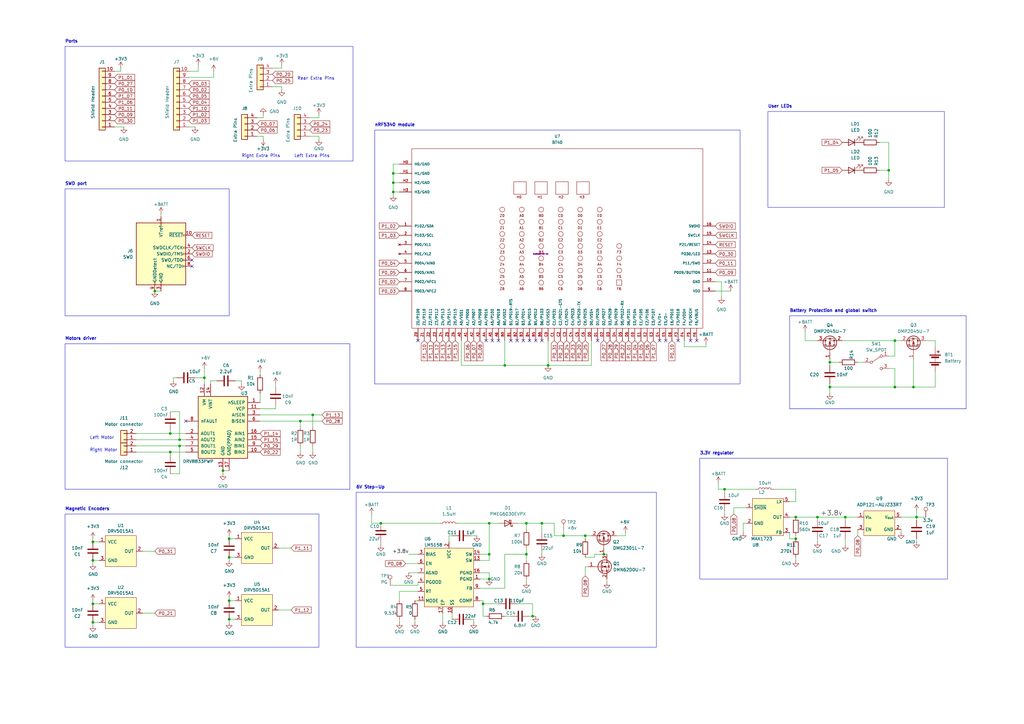
<source format=kicad_sch>
(kicad_sch (version 20231120) (generator "eeschema") (generator_version "8.0")
  (paper "A3")
  (title_block (title "DotBot") (date "2023-06-09") (rev "2.0.0") (company "Inria"))
  (junction (at 375.92 212.09))
  (junction (at 374.65 158.75))
  (junction (at 364.49 69.85))
  (junction (at 161.29 78.74))
  (junction (at 38.1 229.87))
  (junction (at 200.66 227.33))
  (junction (at 340.36 158.75))
  (junction (at 69.85 185.42))
  (junction (at 367.03 158.75))
  (junction (at 38.1 255.27))
  (junction (at 93.98 220.98))
  (junction (at 367.03 139.7))
  (junction (at 200.66 214.63))
  (junction (at 340.36 148.59))
  (junction (at 247.65 227.33))
  (junction (at 63.5 119.38))
  (junction (at 161.29 74.93))
  (junction (at 335.28 212.09))
  (junction (at 215.9 227.33))
  (junction (at 198.12 247.65))
  (junction (at 156.21 214.63))
  (junction (at 326.39 212.09))
  (junction (at 200.66 237.49))
  (junction (at 93.98 228.6))
  (junction (at 91.44 193.04))
  (junction (at 93.98 246.38))
  (junction (at 207.01 149.86))
  (junction (at 123.19 172.72))
  (junction (at 215.9 214.63))
  (junction (at 326.39 220.98))
  (junction (at 231.14 219.71))
  (junction (at 83.82 154.94))
  (junction (at 73.66 182.88))
  (junction (at 218.44 252.73))
  (junction (at 224.79 149.86))
  (junction (at 222.25 214.63))
  (junction (at 240.03 219.71))
  (junction (at 297.18 200.66))
  (junction (at 128.27 170.18))
  (junction (at 38.1 247.65))
  (junction (at 38.1 222.25))
  (junction (at 161.29 71.12))
  (junction (at 73.66 180.34))
  (junction (at 93.98 254))
  (junction (at 69.85 177.8))
  (junction (at 346.71 212.09))
  (no_connect (at 222.25 139.7))
  (no_connect (at 245.11 139.7))
  (no_connect (at 209.55 139.7))
  (no_connect (at 217.17 139.7))
  (no_connect (at 285.75 139.7))
  (no_connect (at 78.74 109.22))
  (no_connect (at 273.05 139.7))
  (no_connect (at 204.47 139.7))
  (no_connect (at 212.09 139.7))
  (no_connect (at 270.51 139.7))
  (no_connect (at 171.45 139.7))
  (no_connect (at 78.74 106.68))
  (no_connect (at 214.63 139.7))
  (no_connect (at 199.39 139.7))
  (no_connect (at 219.71 139.7))
  (no_connect (at 278.13 139.7))
  (no_connect (at 283.21 139.7))
  (no_connect (at 76.2 172.72))
  (no_connect (at 201.93 139.7))
  (wire (pts (xy 196.85 229.87) (xy 200.66 229.87)))
  (wire (pts (xy 340.36 158.75) (xy 367.03 158.75)))
  (wire (pts (xy 50.8 52.07) (xy 46.99 52.07)))
  (wire (pts (xy 91.44 193.04) (xy 91.44 194.31)))
  (wire (pts (xy 326.39 212.09) (xy 335.28 212.09)))
  (wire (pts (xy 161.29 78.74) (xy 163.83 78.74)))
  (wire (pts (xy 240.03 220.98) (xy 240.03 219.71)))
  (wire (pts (xy 240.03 232.41) (xy 241.3 232.41)))
  (wire (pts (xy 247.65 227.33) (xy 248.92 227.33)))
  (wire (pts (xy 167.64 227.33) (xy 171.45 227.33)))
  (wire (pts (xy 69.85 176.53) (xy 69.85 177.8)))
  (wire (pts (xy 152.4 210.82) (xy 152.4 214.63)))
  (wire (pts (xy 71.12 154.94) (xy 72.39 154.94)))
  (wire (pts (xy 161.29 71.12) (xy 161.29 74.93)))
  (wire (pts (xy 374.65 158.75) (xy 383.54 158.75)))
  (wire (pts (xy 128.27 170.18) (xy 128.27 175.26)))
  (wire (pts (xy 242.57 149.86) (xy 224.79 149.86)))
  (wire (pts (xy 123.19 172.72) (xy 132.08 172.72)))
  (wire (pts (xy 163.83 242.57) (xy 171.45 242.57)))
  (wire (pts (xy 99.06 156.21) (xy 96.52 156.21)))
  (wire (pts (xy 55.88 185.42) (xy 69.85 185.42)))
  (wire (pts (xy 46.99 29.21) (xy 49.53 29.21)))
  (wire (pts (xy 297.18 200.66) (xy 294.64 200.66)))
  (wire (pts (xy 38.1 246.38) (xy 38.1 247.65)))
  (wire (pts (xy 326.39 228.6) (xy 326.39 229.87)))
  (wire (pts (xy 375.92 212.09) (xy 375.92 209.55)))
  (wire (pts (xy 38.1 220.98) (xy 38.1 222.25)))
  (wire (pts (xy 297.18 209.55) (xy 297.18 210.82)))
  (wire (pts (xy 346.71 220.98) (xy 346.71 223.52)))
  (wire (pts (xy 187.96 214.63) (xy 200.66 214.63)))
  (wire (pts (xy 227.33 219.71) (xy 231.14 219.71)))
  (wire (pts (xy 351.79 217.17) (xy 351.79 219.71)))
  (wire (pts (xy 207.01 227.33) (xy 215.9 227.33)))
  (wire (pts (xy 71.12 156.21) (xy 71.12 154.94)))
  (wire (pts (xy 127 55.88) (xy 130.81 55.88)))
  (wire (pts (xy 240.03 219.71) (xy 242.57 219.71)))
  (wire (pts (xy 87.63 31.75) (xy 77.47 31.75)))
  (wire (pts (xy 297.18 200.66) (xy 297.18 201.93)))
  (wire (pts (xy 49.53 29.21) (xy 49.53 27.94)))
  (wire (pts (xy 106.68 161.29) (xy 106.68 165.1)))
  (wire (pts (xy 163.83 71.12) (xy 161.29 71.12)))
  (wire (pts (xy 107.95 48.26) (xy 105.41 48.26)))
  (wire (pts (xy 163.83 246.38) (xy 163.83 242.57)))
  (wire (pts (xy 38.1 247.65) (xy 40.64 247.65)))
  (wire (pts (xy 130.81 48.26) (xy 130.81 46.99)))
  (wire (pts (xy 189.23 149.86) (xy 207.01 149.86)))
  (wire (pts (xy 93.98 228.6) (xy 96.52 228.6)))
  (wire (pts (xy 367.03 151.13) (xy 367.03 158.75)))
  (wire (pts (xy 80.01 154.94) (xy 83.82 154.94)))
  (wire (pts (xy 369.57 217.17) (xy 369.57 218.44)))
  (wire (pts (xy 375.92 212.09) (xy 375.92 213.36)))
  (wire (pts (xy 340.36 158.75) (xy 340.36 161.29)))
  (wire (pts (xy 217.17 252.73) (xy 218.44 252.73)))
  (wire (pts (xy 161.29 67.31) (xy 161.29 71.12)))
  (wire (pts (xy 256.54 218.44) (xy 256.54 219.71)))
  (wire (pts (xy 323.85 218.44) (xy 323.85 220.98)))
  (wire (pts (xy 207.01 252.73) (xy 209.55 252.73)))
  (wire (pts (xy 295.91 115.57) (xy 293.37 115.57)))
  (wire (pts (xy 73.66 168.91) (xy 73.66 180.34)))
  (wire (pts (xy 193.04 219.71) (xy 195.58 219.71)))
  (wire (pts (xy 93.98 245.11) (xy 93.98 246.38)))
  (wire (pts (xy 198.12 246.38) (xy 198.12 247.65)))
  (wire (pts (xy 364.49 151.13) (xy 367.03 151.13)))
  (wire (pts (xy 88.9 156.21) (xy 86.36 156.21)))
  (wire (pts (xy 196.85 234.95) (xy 200.66 234.95)))
  (wire (pts (xy 196.85 237.49) (xy 200.66 237.49)))
  (wire (pts (xy 207.01 241.3) (xy 207.01 227.33)))
  (wire (pts (xy 152.4 214.63) (xy 156.21 214.63)))
  (wire (pts (xy 93.98 220.98) (xy 96.52 220.98)))
  (wire (pts (xy 66.04 87.63) (xy 66.04 88.9)))
  (wire (pts (xy 351.79 212.09) (xy 346.71 212.09)))
  (wire (pts (xy 289.56 140.97) (xy 289.56 142.24)))
  (wire (pts (xy 69.85 185.42) (xy 76.2 185.42)))
  (wire (pts (xy 196.85 246.38) (xy 198.12 246.38)))
  (wire (pts (xy 93.98 246.38) (xy 96.52 246.38)))
  (wire (pts (xy 326.39 219.71) (xy 326.39 220.98)))
  (wire (pts (xy 69.85 177.8) (xy 76.2 177.8)))
  (wire (pts (xy 63.5 251.46) (xy 58.42 251.46)))
  (wire (pts (xy 379.73 212.09) (xy 375.92 212.09)))
  (wire (pts (xy 367.03 139.7) (xy 367.03 146.05)))
  (wire (pts (xy 81.28 26.67) (xy 81.28 29.21)))
  (wire (pts (xy 304.8 218.44) (xy 304.8 214.63)))
  (wire (pts (xy 93.98 219.71) (xy 93.98 220.98)))
  (wire (pts (xy 207.01 139.7) (xy 207.01 149.86)))
  (wire (pts (xy 198.12 252.73) (xy 199.39 252.73)))
  (wire (pts (xy 196.85 241.3) (xy 207.01 241.3)))
  (wire (pts (xy 243.84 227.33) (xy 247.65 227.33)))
  (wire (pts (xy 200.66 234.95) (xy 200.66 237.49)))
  (wire (pts (xy 326.39 205.74) (xy 326.39 200.66)))
  (wire (pts (xy 73.66 180.34) (xy 76.2 180.34)))
  (wire (pts (xy 280.67 142.24) (xy 280.67 139.7)))
  (wire (pts (xy 86.36 156.21) (xy 86.36 157.48)))
  (wire (pts (xy 204.47 247.65) (xy 198.12 247.65)))
  (wire (pts (xy 69.85 168.91) (xy 73.66 168.91)))
  (wire (pts (xy 295.91 121.92) (xy 295.91 115.57)))
  (wire (pts (xy 323.85 212.09) (xy 326.39 212.09)))
  (wire (pts (xy 340.36 148.59) (xy 340.36 149.86)))
  (wire (pts (xy 351.79 148.59) (xy 354.33 148.59)))
  (wire (pts (xy 63.5 226.06) (xy 58.42 226.06)))
  (wire (pts (xy 323.85 205.74) (xy 326.39 205.74)))
  (wire (pts (xy 323.85 220.98) (xy 326.39 220.98)))
  (wire (pts (xy 113.03 157.48) (xy 113.03 158.75)))
  (wire (pts (xy 163.83 254) (xy 163.83 255.27)))
  (wire (pts (xy 119.38 250.19) (xy 114.3 250.19)))
  (wire (pts (xy 170.18 254) (xy 170.18 255.27)))
  (wire (pts (xy 300.99 208.28) (xy 306.07 208.28)))
  (wire (pts (xy 335.28 213.36) (xy 335.28 212.09)))
  (wire (pts (xy 184.15 219.71) (xy 184.15 222.25)))
  (wire (pts (xy 105.41 55.88) (xy 107.95 55.88)))
  (wire (pts (xy 215.9 214.63) (xy 222.25 214.63)))
  (wire (pts (xy 335.28 212.09) (xy 346.71 212.09)))
  (wire (pts (xy 367.03 139.7) (xy 369.57 139.7)))
  (wire (pts (xy 248.92 237.49) (xy 248.92 238.76)))
  (wire (pts (xy 212.09 247.65) (xy 218.44 247.65)))
  (wire (pts (xy 127 48.26) (xy 130.81 48.26)))
  (wire (pts (xy 107.95 46.99) (xy 107.95 48.26)))
  (wire (pts (xy 335.28 220.98) (xy 335.28 222.25)))
  (wire (pts (xy 200.66 214.63) (xy 204.47 214.63)))
  (wire (pts (xy 200.66 214.63) (xy 200.66 227.33)))
  (wire (pts (xy 242.57 139.7) (xy 242.57 149.86)))
  (wire (pts (xy 326.39 200.66) (xy 317.5 200.66)))
  (wire (pts (xy 115.57 27.94) (xy 115.57 26.67)))
  (wire (pts (xy 181.61 251.46) (xy 181.61 255.27)))
  (wire (pts (xy 111.76 27.94) (xy 115.57 27.94)))
  (wire (pts (xy 345.44 139.7) (xy 367.03 139.7)))
  (wire (pts (xy 243.84 228.6) (xy 243.84 227.33)))
  (wire (pts (xy 189.23 139.7) (xy 189.23 149.86)))
  (wire (pts (xy 83.82 154.94) (xy 83.82 157.48)))
  (wire (pts (xy 200.66 227.33) (xy 196.85 227.33)))
  (wire (pts (xy 240.03 228.6) (xy 243.84 228.6)))
  (wire (pts (xy 379.73 139.7) (xy 383.54 139.7)))
  (wire (pts (xy 93.98 254) (xy 96.52 254)))
  (wire (pts (xy 93.98 229.87) (xy 93.98 228.6)))
  (wire (pts (xy 55.88 177.8) (xy 69.85 177.8)))
  (wire (pts (xy 161.29 74.93) (xy 161.29 78.74)))
  (wire (pts (xy 231.14 219.71) (xy 240.03 219.71)))
  (wire (pts (xy 369.57 212.09) (xy 375.92 212.09)))
  (wire (pts (xy 106.68 172.72) (xy 123.19 172.72)))
  (wire (pts (xy 212.09 214.63) (xy 215.9 214.63)))
  (wire (pts (xy 38.1 231.14) (xy 38.1 229.87)))
  (wire (pts (xy 304.8 214.63) (xy 306.07 214.63)))
  (wire (pts (xy 222.25 226.06) (xy 222.25 227.33)))
  (wire (pts (xy 198.12 247.65) (xy 198.12 252.73)))
  (wire (pts (xy 340.36 148.59) (xy 344.17 148.59)))
  (wire (pts (xy 130.81 55.88) (xy 130.81 57.15)))
  (wire (pts (xy 167.64 234.95) (xy 171.45 234.95)))
  (wire (pts (xy 215.9 224.79) (xy 215.9 227.33)))
  (wire (pts (xy 107.95 55.88) (xy 107.95 57.15)))
  (wire (pts (xy 161.29 80.01) (xy 161.29 78.74)))
  (wire (pts (xy 156.21 214.63) (xy 180.34 214.63)))
  (wire (pts (xy 128.27 170.18) (xy 132.08 170.18)))
  (wire (pts (xy 294.64 200.66) (xy 294.64 198.12)))
  (wire (pts (xy 383.54 152.4) (xy 383.54 158.75)))
  (wire (pts (xy 123.19 172.72) (xy 123.19 175.26)))
  (wire (pts (xy 63.5 119.38) (xy 66.04 119.38)))
  (wire (pts (xy 340.36 157.48) (xy 340.36 158.75)))
  (wire (pts (xy 160.02 240.03) (xy 171.45 240.03)))
  (wire (pts (xy 128.27 185.42) (xy 128.27 182.88)))
  (wire (pts (xy 227.33 214.63) (xy 227.33 219.71)))
  (wire (pts (xy 83.82 151.13) (xy 83.82 154.94)))
  (wire (pts (xy 69.85 194.31) (xy 73.66 194.31)))
  (wire (pts (xy 375.92 220.98) (xy 375.92 222.25)))
  (wire (pts (xy 224.79 139.7) (xy 224.79 149.86)))
  (wire (pts (xy 170.18 246.38) (xy 171.45 246.38)))
  (wire (pts (xy 346.71 212.09) (xy 346.71 213.36)))
  (wire (pts (xy 364.49 69.85) (xy 364.49 73.66)))
  (wire (pts (xy 38.1 256.54) (xy 38.1 255.27)))
  (wire (pts (xy 106.68 167.64) (xy 113.03 167.64)))
  (wire (pts (xy 240.03 236.22) (xy 240.03 232.41)))
  (wire (pts (xy 38.1 229.87) (xy 40.64 229.87)))
  (wire (pts (xy 374.65 147.32) (xy 374.65 158.75)))
  (wire (pts (xy 106.68 152.4) (xy 106.68 153.67)))
  (wire (pts (xy 222.25 214.63) (xy 222.25 218.44)))
  (wire (pts (xy 207.01 149.86) (xy 224.79 149.86)))
  (wire (pts (xy 194.31 254) (xy 194.31 255.27)))
  (wire (pts (xy 215.9 214.63) (xy 215.9 217.17)))
  (wire (pts (xy 256.54 219.71) (xy 252.73 219.71)))
  (wire (pts (xy 123.19 182.88) (xy 123.19 185.42)))
  (wire (pts (xy 113.03 167.64) (xy 113.03 166.37)))
  (wire (pts (xy 80.01 52.07) (xy 77.47 52.07)))
  (wire (pts (xy 330.2 135.89) (xy 330.2 139.7)))
  (wire (pts (xy 111.76 35.56) (xy 115.57 35.56)))
  (wire (pts (xy 55.88 182.88) (xy 73.66 182.88)))
  (wire (pts (xy 171.45 238.76) (xy 171.45 240.03)))
  (wire (pts (xy 73.66 194.31) (xy 73.66 182.88)))
  (wire (pts (xy 215.9 227.33) (xy 215.9 229.87)))
  (wire (pts (xy 91.44 193.04) (xy 93.98 193.04)))
  (wire (pts (xy 163.83 67.31) (xy 161.29 67.31)))
  (wire (pts (xy 383.54 142.24) (xy 383.54 139.7)))
  (wire (pts (xy 193.04 254) (xy 194.31 254)))
  (wire (pts (xy 185.42 251.46) (xy 185.42 254)))
  (wire (pts (xy 360.68 69.85) (xy 364.49 69.85)))
  (wire (pts (xy 364.49 58.42) (xy 364.49 69.85)))
  (wire (pts (xy 69.85 186.69) (xy 69.85 185.42)))
  (wire (pts (xy 73.66 182.88) (xy 76.2 182.88)))
  (wire (pts (xy 340.36 147.32) (xy 340.36 148.59)))
  (wire (pts (xy 55.88 180.34) (xy 73.66 180.34)))
  (wire (pts (xy 218.44 252.73) (xy 219.71 252.73)))
  (wire (pts (xy 367.03 146.05) (xy 364.49 146.05)))
  (wire (pts (xy 215.9 237.49) (xy 215.9 238.76)))
  (wire (pts (xy 81.28 29.21) (xy 77.47 29.21)))
  (wire (pts (xy 218.44 247.65) (xy 218.44 252.73)))
  (wire (pts (xy 300.99 210.82) (xy 300.99 208.28)))
  (wire (pts (xy 119.38 224.79) (xy 114.3 224.79)))
  (wire (pts (xy 38.1 255.27) (xy 40.64 255.27)))
  (wire (pts (xy 289.56 142.24) (xy 280.67 142.24)))
  (wire (pts (xy 293.37 119.38) (xy 299.72 119.38)))
  (wire (pts (xy 330.2 139.7) (xy 335.28 139.7)))
  (wire (pts (xy 367.03 158.75) (xy 374.65 158.75)))
  (wire (pts (xy 297.18 200.66) (xy 309.88 200.66)))
  (wire (pts (xy 222.25 214.63) (xy 227.33 214.63)))
  (wire (pts (xy 185.42 219.71) (xy 184.15 219.71)))
  (wire (pts (xy 360.68 58.42) (xy 364.49 58.42)))
  (wire (pts (xy 87.63 29.21) (xy 87.63 31.75)))
  (wire (pts (xy 38.1 222.25) (xy 40.64 222.25)))
  (wire (pts (xy 156.21 222.25) (xy 156.21 223.52)))
  (wire (pts (xy 200.66 229.87) (xy 200.66 227.33)))
  (wire (pts (xy 115.57 35.56) (xy 115.57 36.83)))
  (wire (pts (xy 163.83 74.93) (xy 161.29 74.93)))
  (wire (pts (xy 106.68 170.18) (xy 128.27 170.18)))
  (wire (pts (xy 231.14 217.17) (xy 231.14 219.71)))
  (wire (pts (xy 166.37 231.14) (xy 171.45 231.14)))
  (wire (pts (xy 93.98 255.27) (xy 93.98 254)))
  (wire (pts (xy 99.06 157.48) (xy 99.06 156.21)))
  (rectangle (start 323.85 129.54) (end 396.24 167.64))
  (rectangle (start 153.67 53.34) (end 303.53 157.48))
  (rectangle (start 26.67 140.97) (end 143.51 200.66))
  (rectangle (start 26.67 77.47) (end 93.98 129.54))
  (rectangle (start 26.67 19.05) (end 144.78 66.04))
  (rectangle (start 314.96 45.72) (end 387.35 85.09))
  (rectangle (start 146.05 201.93) (end 269.24 265.43))
  (rectangle (start 26.67 210.82) (end 130.81 265.43))
  (rectangle (start 287.02 187.96) (end 388.62 237.49))
  (text "SWD port" (at 26.67 76.2 0) (effects (font (size 1.27 1.27) (thickness 0.254) (bold yes)) (justify left bottom)))
  (text "Right Motor" (at 36.83 185.42 0) (effects (font (size 1.27 1.27)) (justify left bottom)))
  (text "Battery Protection and global switch" (at 323.85 128.27 0) (effects (font (size 1.27 1.27) (thickness 0.254) (bold yes)) (justify left bottom)))
  (text "Left Motor" (at 36.83 180.34 0) (effects (font (size 1.27 1.27)) (justify left bottom)))
  (text "6V Step-Up" (at 146.05 200.66 0) (effects (font (size 1.27 1.27) (thickness 0.254) (bold yes)) (justify left bottom)))
  (text "Rear Extra Pins" (at 121.92 33.02 0) (effects (font (size 1.27 1.27)) (justify left bottom)))
  (text "Right Extra Pins" (at 99.06 64.77 0) (effects (font (size 1.27 1.27)) (justify left bottom)))
  (text "Ports" (at 26.67 17.78 0) (effects (font (size 1.27 1.27) (thickness 0.254) (bold yes)) (justify left bottom)))
  (text "User LEDs\n" (at 314.96 44.45 0) (effects (font (size 1.27 1.27) (thickness 0.254) (bold yes)) (justify left bottom)))
  (text "Motors driver" (at 26.67 139.7 0) (effects (font (size 1.27 1.27) (thickness 0.254) (bold yes)) (justify left bottom)))
  (text "3.3V regulator" (at 287.02 186.69 0) (effects (font (size 1.27 1.27) (thickness 0.254) (bold yes)) (justify left bottom)))
  (text "Left Extra Pins" (at 120.65 64.77 0) (effects (font (size 1.27 1.27)) (justify left bottom)))
  (text "nRF5340 module" (at 153.67 52.07 0) (effects (font (size 1.27 1.27) (thickness 0.254) (bold yes)) (justify left bottom)))
  (text "Magnetic Encoders" (at 26.67 209.55 0) (effects (font (size 1.27 1.27) (thickness 0.254) (bold yes)) (justify left bottom)))
  (label "+3.8v" (at 167.64 227.33 180) (effects (font (size 1.5 1.5))))
  (label "+3.8v" (at 336.55 212.09 0) (effects (font (size 2.0066 2.0066))))
  (global_label "SWCLK" (shape input) (at 293.37 96.52 0) (property "Intersheetrefs" "${INTERSHEET_REFS}" (effects (hide yes))))
  (global_label "P0_30" (shape input) (at 46.99 49.53 0) (property "Intersheetrefs" "${INTERSHEET_REFS}" (effects (hide yes))))
  (global_label "P1_15" (shape input) (at 186.69 139.7 270) (property "Intersheetrefs" "${INTERSHEET_REFS}" (effects (hide yes))))
  (global_label "P1_06" (shape input) (at 265.43 139.7 270) (property "Intersheetrefs" "${INTERSHEET_REFS}" (effects (hide yes))))
  (global_label "P1_06" (shape input) (at 46.99 41.91 0) (property "Intersheetrefs" "${INTERSHEET_REFS}" (effects (hide yes))))
  (global_label "P0_27" (shape input) (at 247.65 139.7 270) (property "Intersheetrefs" "${INTERSHEET_REFS}" (effects (hide yes))))
  (global_label "P0_31" (shape input) (at 227.33 139.7 270) (property "Intersheetrefs" "${INTERSHEET_REFS}" (effects (hide yes))))
  (global_label "P0_30" (shape input) (at 293.37 104.14 0) (property "Intersheetrefs" "${INTERSHEET_REFS}" (effects (hide yes))))
  (global_label "SWDIO" (shape input) (at 293.37 92.71 0) (property "Intersheetrefs" "${INTERSHEET_REFS}" (effects (hide yes))))
  (global_label "P1_12" (shape input) (at 179.07 139.7 270) (property "Intersheetrefs" "${INTERSHEET_REFS}" (effects (hide yes))))
  (global_label "RESET" (shape input) (at 293.37 100.33 0) (property "Intersheetrefs" "${INTERSHEET_REFS}" (effects (hide yes))))
  (global_label "P1_07" (shape input) (at 46.99 39.37 0) (property "Intersheetrefs" "${INTERSHEET_REFS}" (effects (hide yes))))
  (global_label "P1_03" (shape input) (at 77.47 49.53 0) (property "Intersheetrefs" "${INTERSHEET_REFS}" (effects (hide yes))))
  (global_label "P1_05" (shape input) (at 262.89 139.7 270) (property "Intersheetrefs" "${INTERSHEET_REFS}" (effects (hide yes))))
  (global_label "P0_28" (shape input) (at 132.08 172.72 0) (property "Intersheetrefs" "${INTERSHEET_REFS}" (effects (hide yes))))
  (global_label "P1_11" (shape input) (at 176.53 139.7 270) (property "Intersheetrefs" "${INTERSHEET_REFS}" (effects (hide yes))))
  (global_label "P0_08" (shape input) (at 196.85 139.7 270) (property "Intersheetrefs" "${INTERSHEET_REFS}" (effects (hide yes))))
  (global_label "P0_06" (shape input) (at 191.77 139.7 270) (property "Intersheetrefs" "${INTERSHEET_REFS}" (effects (hide yes))))
  (global_label "SWDIO" (shape input) (at 78.74 104.14 0) (property "Intersheetrefs" "${INTERSHEET_REFS}" (effects (hide yes))))
  (global_label "P1_02" (shape input) (at 163.83 92.71 180) (property "Intersheetrefs" "${INTERSHEET_REFS}" (effects (hide yes))))
  (global_label "P1_02" (shape input) (at 77.47 46.99 0) (property "Intersheetrefs" "${INTERSHEET_REFS}" (effects (hide yes))))
  (global_label "P0_29" (shape input) (at 106.68 182.88 0) (property "Intersheetrefs" "${INTERSHEET_REFS}" (effects (hide yes))))
  (global_label "P0_25" (shape input) (at 240.03 139.7 270) (property "Intersheetrefs" "${INTERSHEET_REFS}" (effects (hide yes))))
  (global_label "P0_04" (shape input) (at 163.83 107.95 180) (property "Intersheetrefs" "${INTERSHEET_REFS}" (effects (hide yes))))
  (global_label "P0_09" (shape input) (at 293.37 111.76 0) (property "Intersheetrefs" "${INTERSHEET_REFS}" (effects (hide yes))))
  (global_label "P0_22" (shape input) (at 106.68 185.42 0) (property "Intersheetrefs" "${INTERSHEET_REFS}" (effects (hide yes))))
  (global_label "P1_11" (shape input) (at 119.38 224.79 0) (property "Intersheetrefs" "${INTERSHEET_REFS}" (effects (hide yes))))
  (global_label "P0_29" (shape input) (at 252.73 139.7 270) (property "Intersheetrefs" "${INTERSHEET_REFS}" (effects (hide yes))))
  (global_label "P0_07" (shape input) (at 194.31 139.7 270) (property "Intersheetrefs" "${INTERSHEET_REFS}" (effects (hide yes))))
  (global_label "P0_02" (shape input) (at 163.83 115.57 180) (property "Intersheetrefs" "${INTERSHEET_REFS}" (effects (hide yes))))
  (global_label "P0_09" (shape input) (at 46.99 46.99 0) (property "Intersheetrefs" "${INTERSHEET_REFS}" (effects (hide yes))))
  (global_label "P1_10" (shape input) (at 77.47 44.45 0) (property "Intersheetrefs" "${INTERSHEET_REFS}" (effects (hide yes))))
  (global_label "P0_08" (shape input) (at 240.03 236.22 270) (property "Intersheetrefs" "${INTERSHEET_REFS}" (effects (hide yes))))
  (global_label "P0_08" (shape input) (at 351.79 219.71 270) (property "Intersheetrefs" "${INTERSHEET_REFS}" (effects (hide yes))))
  (global_label "P1_03" (shape input) (at 163.83 96.52 180) (property "Intersheetrefs" "${INTERSHEET_REFS}" (effects (hide yes))))
  (global_label "P0_08" (shape input) (at 300.99 210.82 270) (property "Intersheetrefs" "${INTERSHEET_REFS}" (effects (hide yes))))
  (global_label "P0_03" (shape input) (at 163.83 119.38 180) (property "Intersheetrefs" "${INTERSHEET_REFS}" (effects (hide yes))))
  (global_label "P0_24" (shape input) (at 127 50.8 0) (property "Intersheetrefs" "${INTERSHEET_REFS}" (effects (hide yes))))
  (global_label "P0_27" (shape input) (at 46.99 34.29 0) (property "Intersheetrefs" "${INTERSHEET_REFS}" (effects (hide yes))))
  (global_label "P0_10" (shape input) (at 46.99 36.83 0) (property "Intersheetrefs" "${INTERSHEET_REFS}" (effects (hide yes))))
  (global_label "P0_05" (shape input) (at 77.47 39.37 0) (property "Intersheetrefs" "${INTERSHEET_REFS}" (effects (hide yes))))
  (global_label "P0_20" (shape input) (at 111.76 30.48 0) (property "Intersheetrefs" "${INTERSHEET_REFS}" (effects (hide yes))))
  (global_label "RESET" (shape input) (at 78.74 96.52 0) (property "Intersheetrefs" "${INTERSHEET_REFS}" (effects (hide yes))))
  (global_label "P1_01" (shape input) (at 257.81 139.7 270) (property "Intersheetrefs" "${INTERSHEET_REFS}" (effects (hide yes))))
  (global_label "P0_05" (shape input) (at 163.83 111.76 180) (property "Intersheetrefs" "${INTERSHEET_REFS}" (effects (hide yes))))
  (global_label "P1_04" (shape input) (at 260.35 139.7 270) (property "Intersheetrefs" "${INTERSHEET_REFS}" (effects (hide yes))))
  (global_label "P0_24" (shape input) (at 232.41 139.7 270) (property "Intersheetrefs" "${INTERSHEET_REFS}" (effects (hide yes))))
  (global_label "P0_20" (shape input) (at 237.49 139.7 270) (property "Intersheetrefs" "${INTERSHEET_REFS}" (effects (hide yes))))
  (global_label "P1_04" (shape input) (at 345.44 58.42 180) (property "Intersheetrefs" "${INTERSHEET_REFS}" (effects (hide yes))))
  (global_label "P1_15" (shape input) (at 106.68 180.34 0) (property "Intersheetrefs" "${INTERSHEET_REFS}" (effects (hide yes))))
  (global_label "P0_04" (shape input) (at 77.47 41.91 0) (property "Intersheetrefs" "${INTERSHEET_REFS}" (effects (hide yes))))
  (global_label "P0_28" (shape input) (at 250.19 139.7 270) (property "Intersheetrefs" "${INTERSHEET_REFS}" (effects (hide yes))))
  (global_label "SWCLK" (shape input) (at 78.74 101.6 0) (property "Intersheetrefs" "${INTERSHEET_REFS}" (effects (hide yes))))
  (global_label "P0_11" (shape input) (at 46.99 44.45 0) (property "Intersheetrefs" "${INTERSHEET_REFS}" (effects (hide yes))))
  (global_label "P0_02" (shape input) (at 77.47 36.83 0) (property "Intersheetrefs" "${INTERSHEET_REFS}" (effects (hide yes))))
  (global_label "P0_25" (shape input) (at 111.76 33.02 0) (property "Intersheetrefs" "${INTERSHEET_REFS}" (effects (hide yes))))
  (global_label "P0_31" (shape input) (at 63.5 226.06 0) (property "Intersheetrefs" "${INTERSHEET_REFS}" (effects (hide yes))))
  (global_label "P0_23" (shape input) (at 234.95 139.7 270) (property "Intersheetrefs" "${INTERSHEET_REFS}" (effects (hide yes))))
  (global_label "P0_21" (shape input) (at 229.87 139.7 270) (property "Intersheetrefs" "${INTERSHEET_REFS}" (effects (hide yes))))
  (global_label "P1_07" (shape input) (at 267.97 139.7 270) (property "Intersheetrefs" "${INTERSHEET_REFS}" (effects (hide yes))))
  (global_label "P1_14" (shape input) (at 184.15 139.7 270) (property "Intersheetrefs" "${INTERSHEET_REFS}" (effects (hide yes))))
  (global_label "P0_23" (shape input) (at 127 53.34 0) (property "Intersheetrefs" "${INTERSHEET_REFS}" (effects (hide yes))))
  (global_label "P1_10" (shape input) (at 173.99 139.7 270) (property "Intersheetrefs" "${INTERSHEET_REFS}" (effects (hide yes))))
  (global_label "P0_08" (shape input) (at 166.37 231.14 180) (property "Intersheetrefs" "${INTERSHEET_REFS}" (effects (hide yes))))
  (global_label "P1_01" (shape input) (at 46.99 31.75 0) (property "Intersheetrefs" "${INTERSHEET_REFS}" (effects (hide yes))))
  (global_label "P1_12" (shape input) (at 119.38 250.19 0) (property "Intersheetrefs" "${INTERSHEET_REFS}" (effects (hide yes))))
  (global_label "P0_21" (shape input) (at 63.5 251.46 0) (property "Intersheetrefs" "${INTERSHEET_REFS}" (effects (hide yes))))
  (global_label "P0_07" (shape input) (at 105.41 50.8 0) (property "Intersheetrefs" "${INTERSHEET_REFS}" (effects (hide yes))))
  (global_label "P0_11" (shape input) (at 293.37 107.95 0) (property "Intersheetrefs" "${INTERSHEET_REFS}" (effects (hide yes))))
  (global_label "P1_14" (shape input) (at 106.68 177.8 0) (property "Intersheetrefs" "${INTERSHEET_REFS}" (effects (hide yes))))
  (global_label "P0_22" (shape input) (at 255.27 139.7 270) (property "Intersheetrefs" "${INTERSHEET_REFS}" (effects (hide yes))))
  (global_label "P0_10" (shape input) (at 275.59 139.7 270) (property "Intersheetrefs" "${INTERSHEET_REFS}" (effects (hide yes))))
  (global_label "P1_13" (shape input) (at 132.08 170.18 0) (property "Intersheetrefs" "${INTERSHEET_REFS}" (effects (hide yes))))
  (global_label "P1_13" (shape input) (at 181.61 139.7 270) (property "Intersheetrefs" "${INTERSHEET_REFS}" (effects (hide yes))))
  (global_label "P0_06" (shape input) (at 105.41 53.34 0) (property "Intersheetrefs" "${INTERSHEET_REFS}" (effects (hide yes))))
  (global_label "P0_03" (shape input) (at 77.47 34.29 0) (property "Intersheetrefs" "${INTERSHEET_REFS}" (effects (hide yes))))
  (global_label "P1_05" (shape input) (at 345.44 69.85 180) (property "Intersheetrefs" "${INTERSHEET_REFS}" (effects (hide yes))))
  (symbol (lib_id "power:+BATT") (at 66.04 87.63 0) (unit 1)
    (property "Reference" "#PWR061" (effects (hide yes)))
    (property "Value" "+BATT" (at 66.04 83.82 0))
  )
  (symbol (lib_id "power:GND") (at 215.9 238.76 0) (unit 1)
    (property "Reference" "#PWR040" (effects (hide yes)))
    (property "Value" "GND" (at 215.9 242.57 0))
  )
  (symbol (lib_id "power:+BATT") (at 330.2 135.89 0) (unit 1)
    (property "Reference" "#PWR054" (effects (hide yes)))
    (property "Value" "+BATT" (at 330.2 132.08 0))
  )
  (symbol (lib_id "Device:LED") (at 349.25 58.42 180) (unit 1)
    (property "Reference" "LD1" (at 350.8375 50.8 0))
    (property "Value" "LED" (at 350.8375 53.34 0))
    (property "Footprint" "LED_SMD:LED_0603_1608Metric" (effects (hide yes)))
    (property "Datasheet" "https://fscdn.rohm.com/en/products/databook/datasheet/opto/led/chip_mono/sml-d12x8_d13x8-e.pdf" (effects (hide yes)))
    (property "Link" "https://www.digikey.fr/short/bbdvhpt2" (effects (hide yes)))
    (property "Mfr Part Number" "511-1577-1-ND" (effects (hide yes)))
    (property "Price" "0.066" (effects (hide yes)))
  )
  (symbol (lib_id "Device:C") (at 93.98 224.79 0) (unit 1)
    (property "Reference" "C7" (at 87.63 226.06 0))
    (property "Value" "10nF" (at 87.63 223.52 0))
    (property "Footprint" "Capacitor_SMD:C_0603_1608Metric" (effects (hide yes)))
    (property "Datasheet" "https://product.tdk.com/system/files/dam/doc/product/capacitor/ceramic/mlcc/catalog/mlcc_automotive_general_en.pdf" (effects (hide yes)))
    (property "Link" "https://www.digikey.fr/short/84p7mf1t" (effects (hide yes)))
    (property "Mfr Part Number" "CGA3E2X7R1H103K080AA" (effects (hide yes)))
    (property "Price" "0.0127" (effects (hide yes)))
  )
  (symbol (lib_id "power:+3.3V") (at 49.53 27.94 0) (mirror y) (unit 1)
    (property "Reference" "#PWR05" (effects (hide yes)))
    (property "Value" "+3V3" (at 49.53 24.13 0))
  )
  (symbol (lib_id "Switch:SW_SPDT") (at 359.41 148.59 0) (unit 1)
    (property "Reference" "SW1" (at 359.41 140.97 0))
    (property "Value" "SW_SPDT" (at 359.41 143.51 0))
    (property "Footprint" "DotBot:SW_SPDT_PCM12" (effects (hide yes)))
    (property "Datasheet" "https://www.ckswitches.com/media/1424/pcm.pdf" (effects (hide yes)))
    (property "Link" "https://www.digikey.fr/short/33994v4m" (effects (hide yes)))
    (property "Mfr Part Number" "401-2016-2-ND" (effects (hide yes)))
    (property "Price" "0.6528" (effects (hide yes)))
  )
  (symbol (lib_id "DotBot:DRV5015A1") (at 48.26 224.79 0) (unit 1)
    (property "Reference" "U1" (at 49.53 215.519 0))
    (property "Value" "DRV5015A1" (at 49.53 217.8304 0))
    (property "Footprint" "Package_TO_SOT_SMD:SOT-23" (effects (hide yes)))
    (property "Datasheet" "https://www.ti.com/general/docs/suppproductinfo.tsp?distId=10&gotoUrl=https%3A%2F%2Fwww.ti.com%2Flit%2Fgpn%2Fdrv5015-q1" (effects (hide yes)))
    (property "Link" "https://www.digikey.fr/short/55v5b95w" (effects (hide yes)))
    (property "Mfr Part Number" "DRV5015A1EDBZRQ1" (effects (hide yes)))
    (property "Price" "0.29" (effects (hide yes)))
  )
  (symbol (lib_id "Device:R") (at 326.39 215.9 0) (unit 1)
    (property "Reference" "R10" (at 327.66 214.63 0) (effects (justify left)))
    (property "Value" "560k" (at 327.66 217.17 0) (effects (justify left)))
    (property "Footprint" "Resistor_SMD:R_0603_1608Metric" (effects (hide yes)))
    (property "Datasheet" "https://www.bourns.com/docs/product-datasheets/cr.pdf?sfvrsn=574d41f6_14" (effects (hide yes)))
    (property "Link" "https://www.digikey.fr/short/frt9h47q" (effects (hide yes)))
    (property "Mfr Part Number" "CR0603-FX-5603ELF" (effects (hide yes)))
    (property "Price" "0.0029" (effects (hide yes)))
  )
  (symbol (lib_id "Driver_Motor:DRV8833PWP") (at 91.44 175.26 0) (mirror y) (unit 1)
    (property "Reference" "U3" (at 101.6 161.29 0) (effects (justify left)))
    (property "Value" "DRV8833PWP" (at 87.63 189.23 0) (effects (justify left)))
    (property "Footprint" "Package_SO:HTSSOP-16-1EP_4.4x5mm_P0.65mm_EP3.4x5mm_Mask2.46x2.31mm_ThermalVias" (effects (hide yes)))
    (property "Datasheet" "http://www.ti.com/lit/ds/symlink/drv8833.pdf" (effects (hide yes)))
    (property "Link" "https://www.digikey.fr/short/24tjh2r5" (effects (hide yes)))
    (property "Mfr Part Number" "DRV8833PWPR" (effects (hide yes)))
    (property "Price" "1.22" (effects (hide yes)))
  )
  (symbol (lib_id "Device:C") (at 92.71 156.21 90) (unit 1)
    (property "Reference" "C6" (at 92.71 149.86 90))
    (property "Value" "2.2uF" (at 92.71 152.4 90))
    (property "Footprint" "Capacitor_SMD:C_0603_1608Metric" (effects (hide yes)))
    (property "Datasheet" "https://media.digikey.com/pdf/Data%20Sheets/Samsung%20PDFs/CL10A225KA5LNNC_Spec.pdf" (effects (hide yes)))
    (property "Link" "https://www.digikey.fr/short/pm40w4vt" (effects (hide yes)))
    (property "Mfr Part Number" "CL10A225KA5LNNC" (effects (hide yes)))
    (property "Price" "0.051" (effects (hide yes)))
  )
  (symbol (lib_id "power:+3.3V") (at 38.1 220.98 0) (mirror y) (unit 1)
    (property "Reference" "#PWR01" (effects (hide yes)))
    (property "Value" "+3V3" (at 38.1 215.9 0))
  )
  (symbol (lib_id "power:GND") (at 38.1 256.54 0) (unit 1)
    (property "Reference" "#PWR04" (effects (hide yes)))
    (property "Value" "GND" (at 38.227 260.9342 0))
  )
  (symbol (lib_id "Device:C") (at 189.23 219.71 90) (unit 1)
    (property "Reference" "C11" (at 185.42 218.44 90))
    (property "Value" "1uF" (at 193.04 218.44 90))
    (property "Footprint" "Capacitor_SMD:C_0603_1608Metric" (effects (hide yes)))
    (property "Datasheet" "https://media.digikey.com/pdf/Data%20Sheets/Samsung%20PDFs/CL10A105KA8NNNC_Spec.pdf" (effects (hide yes)))
    (property "Link" "https://www.digikey.fr/short/v3r4hn9q" (effects (hide yes)))
    (property "Mfr Part Number" "CL10A105KA8NFNC" (effects (hide yes)))
    (property "Price" "0.0115" (effects (hide yes)))
  )
  (symbol (lib_id "Device:R") (at 203.2 252.73 90) (unit 1)
    (property "Reference" "R6" (at 203.2 250.19 90) (effects (justify left)))
    (property "Value" "4.7k" (at 204.47 255.27 90) (effects (justify left)))
    (property "Footprint" "Resistor_SMD:R_0603_1608Metric" (effects (hide yes)))
    (property "Datasheet" "https://industrial.panasonic.com/cdbs/www-data/pdf/RDA0000/AOA0000C304.pdf" (effects (hide yes)))
    (property "Link" "https://www.digikey.fr/short/rwrvvpd8" (effects (hide yes)))
    (property "Mfr Part Number" "ERJ-3EKF4701V" (effects (hide yes)))
    (property "Price" "0.0053" (effects (hide yes)))
  )
  (symbol (lib_id "power:+3.3V") (at 81.28 26.67 0) (mirror y) (unit 1)
    (property "Reference" "#PWR011" (effects (hide yes)))
    (property "Value" "+3V3" (at 81.28 22.86 0))
  )
  (symbol (lib_id "DotBot:BT40") (at 226.06 107.95 0) (unit 1)
    (property "Reference" "U7" (at 228.6 55.88 0) (effects (font (size 1.143 1.143))))
    (property "Value" "BT40" (at 228.6 58.42 0) (effects (font (size 1.143 1.143))))
    (property "Footprint" "DotBot:BT40-V3" (at 221.742 104.14 0) (effects (font (size 0.508 0.508))))
    (property "Datasheet" "https://www.fanstel.com/s/BT40F-Product-Specifications-y7c7.pdf" (effects (hide yes)))
    (property "Link" "https://www.digikey.fr/short/dtmhv229" (effects (hide yes)))
    (property "Mfr Part Number" "BT40" (effects (hide yes)))
    (property "Price" "8.704" (effects (hide yes)))
  )
  (symbol (lib_id "OLIMEX_Power:GND") (at 80.01 52.07 0) (unit 1)
    (property "Reference" "#PWR010" (effects (hide yes)))
    (property "Value" "GND" (at 80.01 57.15 0))
  )
  (symbol (lib_id "power:GND") (at 38.1 231.14 0) (unit 1)
    (property "Reference" "#PWR02" (effects (hide yes)))
    (property "Value" "GND" (at 38.227 235.5342 0))
  )
  (symbol (lib_id "Device:Q_PMOS_GSD") (at 340.36 142.24 90) (unit 1)
    (property "Reference" "Q4" (at 340.36 133.35 90))
    (property "Value" "DMP2045U-7" (at 340.36 135.89 90))
    (property "Footprint" "Package_TO_SOT_SMD:SOT-23" (effects (hide yes)))
    (property "Datasheet" "https://www.diodes.com/assets/Datasheets/DMP2045U.pdf" (effects (hide yes)))
    (property "Link" "https://www.digikey.fr/short/8w9w3jn3" (effects (hide yes)))
    (property "Mfr Part Number" "DMP2045U-7" (effects (hide yes)))
    (property "Price" "0.094" (effects (hide yes)))
  )
  (symbol (lib_id "power:GND") (at 219.71 252.73 0) (unit 1)
    (property "Reference" "#PWR041" (effects (hide yes)))
    (property "Value" "GND" (at 219.71 256.54 0))
  )
  (symbol (lib_id "DotBot:LM5158") (at 180.34 231.14 0) (unit 1)
    (property "Reference" "U6" (at 173.99 220.98 0) (effects (justify left)))
    (property "Value" "LM5158" (at 173.99 223.52 0) (effects (justify left)))
    (property "Footprint" "Package_DFN_QFN:WQFN-16-1EP_3x3mm_P0.5mm_EP1.6x1.6mm_ThermalVias" (effects (hide yes)))
    (property "Datasheet" "https://www.ti.com/lit/ds/symlink/lm51581.pdf" (effects (hide yes)))
    (property "Link" "https://www.digikey.fr/short/5p5f897v" (effects (hide yes)))
    (property "Mfr Part Number" "LM5158RTER" (effects (hide yes)))
    (property "Price" "2.25" (effects (hide yes)))
  )
  (symbol (lib_id "Device:C") (at 93.98 250.19 0) (unit 1)
    (property "Reference" "C8" (at 87.63 251.46 0))
    (property "Value" "10nF" (at 87.63 248.92 0))
    (property "Footprint" "Capacitor_SMD:C_0603_1608Metric" (effects (hide yes)))
    (property "Datasheet" "https://product.tdk.com/system/files/dam/doc/product/capacitor/ceramic/mlcc/catalog/mlcc_automotive_general_en.pdf" (effects (hide yes)))
    (property "Link" "https://www.digikey.fr/short/84p7mf1t" (effects (hide yes)))
    (property "Mfr Part Number" "CGA3E2X7R1H103K080AA" (effects (hide yes)))
    (property "Price" "0.0127" (effects (hide yes)))
  )
  (symbol (lib_id "power:GND") (at 304.8 218.44 0) (mirror y) (unit 1)
    (property "Reference" "#PWR051" (effects (hide yes)))
    (property "Value" "GND" (at 302.26 220.98 0))
  )
  (symbol (lib_id "power:GND") (at 156.21 223.52 0) (unit 1)
    (property "Reference" "#PWR031" (effects (hide yes)))
    (property "Value" "GND" (at 156.21 227.33 0))
  )
  (symbol (lib_id "power:GND") (at 346.71 223.52 0) (unit 1)
    (property "Reference" "#PWR055" (effects (hide yes)))
    (property "Value" "GND" (at 342.9 226.06 0))
  )
  (symbol (lib_id "Device:C") (at 335.28 217.17 0) (mirror y) (unit 1)
    (property "Reference" "C17" (at 337.82 219.71 0))
    (property "Value" "10uF" (at 337.82 214.63 0))
    (property "Footprint" "Capacitor_SMD:C_0805_2012Metric" (effects (hide yes)))
    (property "Datasheet" "https://search.murata.co.jp/Ceramy/image/img/A01X/G101/ENG/GRM21BR61E106KA73-01.pdf" (effects (hide yes)))
    (property "Link" "https://www.digikey.fr/short/9bb1t4rw" (effects (hide yes)))
    (property "Mfr Part Number" "GRM21BR61E106KA73K" (effects (hide yes)))
    (property "Price" "0.042" (effects (hide yes)))
    (property "LCSC" "C2922480" (effects (hide yes)))
  )
  (symbol (lib_id "power:+BATT") (at 294.64 198.12 0) (unit 1)
    (property "Reference" "#PWR047" (effects (hide yes)))
    (property "Value" "+BATT" (at 294.64 194.31 0))
  )
  (symbol (lib_id "DotBot:DRV5015A1") (at 104.14 248.92 0) (unit 1)
    (property "Reference" "U5" (at 105.41 239.649 0))
    (property "Value" "DRV5015A1" (at 105.41 241.9604 0))
    (property "Footprint" "Package_TO_SOT_SMD:SOT-23" (effects (hide yes)))
    (property "Datasheet" "https://www.ti.com/general/docs/suppproductinfo.tsp?distId=10&gotoUrl=https%3A%2F%2Fwww.ti.com%2Flit%2Fgpn%2Fdrv5015-q1" (effects (hide yes)))
    (property "Link" "https://www.digikey.fr/short/55v5b95w" (effects (hide yes)))
    (property "Mfr Part Number" "DRV5015A1EDBZRQ1" (effects (hide yes)))
    (property "Price" "0.29" (effects (hide yes)))
  )
  (symbol (lib_id "Device:R") (at 326.39 224.79 0) (unit 1)
    (property "Reference" "R11" (at 322.58 223.52 0) (effects (justify left)))
    (property "Value" "270k" (at 320.04 226.06 0) (effects (justify left)))
    (property "Footprint" "Resistor_SMD:R_0603_1608Metric" (effects (hide yes)))
    (property "Datasheet" "https://www.bourns.com/docs/product-datasheets/CRxxxxx.pdf" (effects (hide yes)))
    (property "Link" "https://www.digikey.fr/short/qm07wm23" (effects (hide yes)))
    (property "Mfr Part Number" "CR0603-FX-2703ELF" (effects (hide yes)))
    (property "Price" "0.0062" (effects (hide yes)))
  )
  (symbol (lib_id "OLIMEX_Power:GND") (at 295.91 121.92 0) (unit 1)
    (property "Reference" "#PWR048" (effects (hide yes)))
    (property "Value" "GND" (at 295.91 127 0))
  )
  (symbol (lib_id "power:GND") (at 170.18 255.27 0) (unit 1)
    (property "Reference" "#PWR035" (effects (hide yes)))
    (property "Value" "GND" (at 170.18 259.08 0))
  )
  (symbol (lib_id "Device:R") (at 356.87 58.42 90) (unit 1)
    (property "Reference" "R12" (at 359.41 54.61 0))
    (property "Value" "100" (at 356.87 54.61 0))
    (property "Footprint" "Resistor_SMD:R_0603_1608Metric" (effects (hide yes)))
    (property "Datasheet" "https://www.yageo.com/upload/media/product/productsearch/datasheet/rchip/PYu-AC_51_RoHS_L_10.pdf" (effects (hide yes)))
    (property "Link" "https://www.digikey.fr/short/fr3tftdj" (effects (hide yes)))
    (property "Mfr Part Number" "YAG3561TR-ND" (effects (hide yes)))
    (property "Price" "0.0063" (effects (hide yes)))
  )
  (symbol (lib_id "power:GND") (at 128.27 185.42 0) (unit 1)
    (property "Reference" "#PWR027" (effects (hide yes)))
    (property "Value" "GND" (at 128.397 189.8142 0))
  )
  (symbol (lib_id "Device:C") (at 69.85 172.72 0) (unit 1)
    (property "Reference" "C3" (at 67.31 167.64 0))
    (property "Value" "100nF" (at 66.04 170.18 0))
    (property "Footprint" "Capacitor_SMD:C_0603_1608Metric" (effects (hide yes)))
    (property "Datasheet" "http://www.samsungsem.com/kr/support/product-search/mlcc/CL10B104KB8NNWC.jsp" (effects (hide yes)))
    (property "Link" "https://www.digikey.fr/short/pm3hbfq0" (effects (hide yes)))
    (property "Mfr Part Number" "CL10B104KB8NNWC" (effects (hide yes)))
    (property "Price" "0.0046" (effects (hide yes)))
  )
  (symbol (lib_id "OLIMEX_Power:GND") (at 161.29 80.01 0) (unit 1)
    (property "Reference" "#PWR032" (effects (hide yes)))
    (property "Value" "GND" (at 161.29 85.09 0))
  )
  (symbol (lib_id "power:+3.3V") (at 38.1 246.38 0) (mirror y) (unit 1)
    (property "Reference" "#PWR03" (effects (hide yes)))
    (property "Value" "+3V3" (at 38.1 241.3 0))
  )
  (symbol (lib_id "Device:C") (at 38.1 251.46 0) (unit 1)
    (property "Reference" "C2" (at 31.75 252.73 0))
    (property "Value" "10nF" (at 31.75 250.19 0))
    (property "Footprint" "Capacitor_SMD:C_0603_1608Metric" (effects (hide yes)))
    (property "Datasheet" "https://product.tdk.com/system/files/dam/doc/product/capacitor/ceramic/mlcc/catalog/mlcc_automotive_general_en.pdf" (effects (hide yes)))
    (property "Link" "https://www.digikey.fr/short/84p7mf1t" (effects (hide yes)))
    (property "Mfr Part Number" "CGA3E2X7R1H103K080AA" (effects (hide yes)))
    (property "Price" "0.0127" (effects (hide yes)))
  )
  (symbol (lib_id "power:GND") (at 297.18 210.82 0) (mirror y) (unit 1)
    (property "Reference" "#PWR049" (effects (hide yes)))
    (property "Value" "GND" (at 297.18 214.63 0))
  )
  (symbol (lib_id "Device:C") (at 375.92 217.17 0) (unit 1)
    (property "Reference" "C19" (at 379.73 215.8999 0) (effects (justify left)))
    (property "Value" "1uF" (at 379.73 218.4399 0) (effects (justify left)))
    (property "Footprint" "Capacitor_SMD:C_0603_1608Metric" (effects (hide yes)))
    (property "Datasheet" "https://media.digikey.com/pdf/Data%20Sheets/Samsung%20PDFs/CL10A105KA8NNNC_Spec.pdf" (effects (hide yes)))
    (property "Link" "https://www.digikey.fr/short/v3r4hn9q" (effects (hide yes)))
    (property "Mfr Part Number" "CL10A105KA8NFNC" (effects (hide yes)))
    (property "Price" "0.0115" (effects (hide yes)))
  )
  (symbol (lib_id "power:GND") (at 167.64 234.95 0) (unit 1)
    (property "Reference" "#PWR034" (effects (hide yes)))
    (property "Value" "GND" (at 167.64 238.76 0))
  )
  (symbol (lib_id "power:+BATT") (at 152.4 210.82 0) (unit 1)
    (property "Reference" "#PWR030" (effects (hide yes)))
    (property "Value" "+BATT" (at 152.4 207.01 0))
  )
  (symbol (lib_id "power:GND") (at 222.25 227.33 0) (unit 1)
    (property "Reference" "#PWR042" (effects (hide yes)))
    (property "Value" "GND" (at 222.25 231.14 0))
  )
  (symbol (lib_id "power:+3.3V") (at 375.92 209.55 0) (mirror y) (unit 1)
    (property "Reference" "#PWR059" (effects (hide yes)))
    (property "Value" "+3V3" (at 375.92 204.47 0))
  )
  (symbol (lib_id "Device:C") (at 222.25 222.25 180) (unit 1)
    (property "Reference" "C15" (at 224.79 219.71 0))
    (property "Value" "22uF" (at 224.79 224.79 0))
    (property "Footprint" "Capacitor_SMD:C_0805_2012Metric" (effects (hide yes)))
    (property "Datasheet" "https://media.digikey.com/pdf/Data%20Sheets/Samsung%20PDFs/CL21A226MAYNNNE_Spec.pdf" (effects (hide yes)))
    (property "Link" "https://www.digikey.fr/short/91v7n1bm" (effects (hide yes)))
    (property "Mfr Part Number" "CL21A226MAYNNNE" (effects (hide yes)))
    (property "Price" "0.059" (effects (hide yes)))
  )
  (symbol (lib_id "OLIMEX_Power:GND") (at 364.49 73.66 0) (unit 1)
    (property "Reference" "#PWR057" (effects (hide yes)))
    (property "Value" "GND" (at 364.49 78.74 0))
  )
  (symbol (lib_id "Device:R") (at 123.19 179.07 180) (unit 1)
    (property "Reference" "R2" (at 120.65 177.8 0))
    (property "Value" "1R" (at 120.65 180.34 0))
    (property "Footprint" "Resistor_SMD:R_0603_1608Metric" (effects (hide yes)))
    (property "Datasheet" "https://www.yageo.com/upload/media/product/productsearch/datasheet/rchip/PYu-RC_Group_51_RoHS_L_11.pdf" (effects (hide yes)))
    (property "Link" "https://www.digikey.com/short/vj5058q2" (effects (hide yes)))
    (property "Mfr Part Number" "RC0603FR-071RL" (effects (hide yes)))
    (property "Price" "0.0066" (effects (hide yes)))
  )
  (symbol (lib_id "Device:LED") (at 349.25 69.85 180) (unit 1)
    (property "Reference" "LD2" (at 350.8375 62.23 0))
    (property "Value" "LED" (at 350.8375 64.77 0))
    (property "Footprint" "LED_SMD:LED_0603_1608Metric" (effects (hide yes)))
    (property "Datasheet" "https://fscdn.rohm.com/en/products/databook/datasheet/opto/led/chip_mono/sml-d12x8_d13x8-e.pdf" (effects (hide yes)))
    (property "Link" "https://www.digikey.fr/short/bbdvhpt2" (effects (hide yes)))
    (property "Mfr Part Number" "511-1577-1-ND" (effects (hide yes)))
    (property "Price" "0.066" (effects (hide yes)))
  )
  (symbol (lib_id "power:+6V") (at 83.82 151.13 0) (unit 1)
    (property "Reference" "#PWR012" (effects (hide yes)))
    (property "Value" "+6V" (at 84.201 146.7358 0))
  )
  (symbol (lib_id "power:+3.3V") (at 115.57 26.67 0) (mirror y) (unit 1)
    (property "Reference" "#PWR024" (effects (hide yes)))
    (property "Value" "+3V3" (at 115.57 22.86 0))
  )
  (symbol (lib_id "Device:R") (at 106.68 157.48 180) (unit 1)
    (property "Reference" "R1" (at 102.87 154.94 0))
    (property "Value" "10k" (at 102.87 157.48 0))
    (property "Footprint" "Resistor_SMD:R_0603_1608Metric" (effects (hide yes)))
    (property "Datasheet" "https://www.yageo.com/upload/media/product/productsearch/datasheet/rchip/PYu-RC_Group_51_RoHS_L_11.pdf" (effects (hide yes)))
    (property "Link" "https://www.digikey.com/short/f8zjrt52" (effects (hide yes)))
    (property "Mfr Part Number" "RC0603FR-0710KL" (effects (hide yes)))
    (property "Price" "0.0053" (effects (hide yes)))
  )
  (symbol (lib_id "OLIMEX_Power:GND") (at 130.81 57.15 0) (unit 1)
    (property "Reference" "#PWR029" (effects (hide yes)))
    (property "Value" "GND" (at 130.81 60.96 0))
  )
  (symbol (lib_id "OLIMEX_Power:GND") (at 50.8 52.07 0) (unit 1)
    (property "Reference" "#PWR06" (effects (hide yes)))
    (property "Value" "GND" (at 50.8 57.15 0))
  )
  (symbol (lib_id "power:+6V") (at 106.68 152.4 0) (unit 1)
    (property "Reference" "#PWR020" (effects (hide yes)))
    (property "Value" "+6V" (at 107.061 148.0058 0))
  )
  (symbol (lib_id "power:GND") (at 181.61 255.27 0) (unit 1)
    (property "Reference" "#PWR036" (effects (hide yes)))
    (property "Value" "GND" (at 181.61 259.08 0))
  )
  (symbol (lib_id "power:GND") (at 99.06 157.48 0) (unit 1)
    (property "Reference" "#PWR019" (effects (hide yes)))
    (property "Value" "GND" (effects (hide yes)))
  )
  (symbol (lib_id "power:GND") (at 163.83 255.27 0) (unit 1)
    (property "Reference" "#PWR033" (effects (hide yes)))
    (property "Value" "GND" (at 163.83 259.08 0))
  )
  (symbol (lib_id "Device:R") (at 240.03 224.79 0) (unit 1)
    (property "Reference" "R9" (at 236.22 223.52 0) (effects (justify left)))
    (property "Value" "10k" (at 234.95 226.06 0) (effects (justify left)))
    (property "Footprint" "Resistor_SMD:R_0603_1608Metric" (effects (hide yes)))
    (property "Datasheet" "https://www.yageo.com/upload/media/product/productsearch/datasheet/rchip/PYu-RC_Group_51_RoHS_L_11.pdf" (effects (hide yes)))
    (property "Link" "https://www.digikey.com/short/f8zjrt52" (effects (hide yes)))
    (property "Mfr Part Number" "RC0603FR-0710KL" (effects (hide yes)))
    (property "Price" "0.0053" (effects (hide yes)))
  )
  (symbol (lib_id "Device:R") (at 215.9 233.68 0) (unit 1)
    (property "Reference" "R8" (at 210.82 232.41 0) (effects (justify left)))
    (property "Value" "20k" (at 210.82 234.95 0) (effects (justify left)))
    (property "Footprint" "Resistor_SMD:R_0603_1608Metric" (effects (hide yes)))
    (property "Datasheet" "https://industrial.panasonic.com/cdbs/www-data/pdf/RDM0000/AOA0000C307.pdf" (effects (hide yes)))
    (property "Link" "https://www.digikey.fr/short/d9jd2bdb" (effects (hide yes)))
    (property "Mfr Part Number" "ERA-3AEB203V" (effects (hide yes)))
    (property "Price" "0.0469" (effects (hide yes)))
  )
  (symbol (lib_id "OLIMEX_Power:GND") (at 107.95 46.99 180) (unit 1)
    (property "Reference" "#PWR022" (effects (hide yes)))
    (property "Value" "GND" (at 110.49 45.72 0) (effects (justify right)))
  )
  (symbol (lib_id "power:GND") (at 326.39 229.87 0) (mirror y) (unit 1)
    (property "Reference" "#PWR052" (effects (hide yes)))
    (property "Value" "GND" (at 322.58 231.14 0))
  )
  (symbol (lib_id "Device:Q_PMOS_GSD") (at 247.65 222.25 270) (mirror x) (unit 1)
    (property "Reference" "Q2" (at 252.73 222.25 90))
    (property "Value" "DMG2301L-7" (at 257.81 224.79 90))
    (property "Footprint" "Package_TO_SOT_SMD:SOT-23" (effects (hide yes)))
    (property "Datasheet" "https://www.diodes.com/assets/Datasheets/DMG2301L.pdf" (effects (hide yes)))
    (property "Link" "https://www.digikey.fr/short/h27wtp8j" (effects (hide yes)))
    (property "Mfr Part Number" "DMG2301L-7" (effects (hide yes)))
    (property "Price" "0.061" (effects (hide yes)))
  )
  (symbol (lib_id "power:GND") (at 369.57 218.44 0) (unit 1)
    (property "Reference" "#PWR058" (effects (hide yes)))
    (property "Value" "GND" (at 365.76 220.98 0))
  )
  (symbol (lib_id "power:+3.3V") (at 93.98 219.71 0) (mirror y) (unit 1)
    (property "Reference" "#PWR015" (effects (hide yes)))
    (property "Value" "+3V3" (at 93.98 214.63 0))
  )
  (symbol (lib_id "Device:C") (at 208.28 247.65 270) (unit 1)
    (property "Reference" "C13" (at 204.47 246.38 90))
    (property "Value" "110pF" (at 212.09 246.38 90))
    (property "Footprint" "Capacitor_SMD:C_0603_1608Metric" (effects (hide yes)))
    (property "Datasheet" "https://datasheets.kyocera-avx.com/C0GNP0-Dielectric.pdf" (effects (hide yes)))
    (property "Link" "https://www.digikey.fr/short/h230mj00" (effects (hide yes)))
    (property "Mfr Part Number" "06033A111FAT2A" (effects (hide yes)))
    (property "Price" "0.08094" (effects (hide yes)))
  )
  (symbol (lib_id "Device:R") (at 163.83 250.19 0) (unit 1)
    (property "Reference" "R4" (at 160.02 248.92 0) (effects (justify left)))
    (property "Value" "9.53k" (at 157.48 251.46 0) (effects (justify left)))
    (property "Footprint" "Resistor_SMD:R_0603_1608Metric" (effects (hide yes)))
    (property "Datasheet" "https://industrial.panasonic.com/cdbs/www-data/pdf/RDM0000/AOA0000C328.pdf" (effects (hide yes)))
    (property "Mfr Part Number" "ERJ-PB3B9531V" (effects (hide yes)))
    (property "Price" "0.0354" (effects (hide yes)))
    (property "Link" "https://www.digikey.fr/short/c29pjvjp" (effects (hide yes)))
  )
  (symbol (lib_id "Device:Q_NMOS_GSD") (at 246.38 232.41 0) (unit 1)
    (property "Reference" "Q1" (at 251.46 231.14 0) (effects (justify left)))
    (property "Value" "DMN62D0U-7" (at 251.46 233.68 0) (effects (justify left)))
    (property "Footprint" "Package_TO_SOT_SMD:SOT-23" (effects (hide yes)))
    (property "Datasheet" "https://www.diodes.com/assets/Datasheets/DMN62D0U.pdf" (effects (hide yes)))
    (property "Link" "https://www.digikey.fr/short/ht8drpf3" (effects (hide yes)))
    (property "Mfr Part Number" "DMN62D0U-7" (effects (hide yes)))
    (property "Price" "0.06" (effects (hide yes)))
  )
  (symbol (lib_id "Device:C") (at 340.36 153.67 0) (unit 1)
    (property "Reference" "C20" (at 334.01 153.67 0))
    (property "Value" "10nF" (at 345.44 153.67 0))
    (property "Footprint" "Capacitor_SMD:C_0603_1608Metric" (effects (hide yes)))
    (property "Datasheet" "https://product.tdk.com/system/files/dam/doc/product/capacitor/ceramic/mlcc/catalog/mlcc_automotive_general_en.pdf" (effects (hide yes)))
    (property "Link" "https://www.digikey.fr/short/84p7mf1t" (effects (hide yes)))
    (property "Mfr Part Number" "CGA3E2X7R1H103K080AA" (effects (hide yes)))
    (property "Price" "0.0127" (effects (hide yes)))
  )
  (symbol (lib_id "Connector:TestPoint") (at 231.14 217.17 0) (unit 1)
    (property "Reference" "TP2" (at 232.6132 214.1728 0) (effects (justify left)))
    (property "Value" "+6v" (at 232.6132 216.4842 0) (effects (justify left)))
    (property "Footprint" "TestPoint:TestPoint_Pad_D1.0mm" (effects (hide yes)))
    (property "Price" "0" (effects (hide yes)))
  )
  (symbol (lib_id "power:GND") (at 340.36 161.29 0) (unit 1)
    (property "Reference" "#PWR056" (effects (hide yes)))
    (property "Value" "GND" (at 340.36 165.1 0))
  )
  (symbol (lib_id "power:GND") (at 93.98 229.87 0) (unit 1)
    (property "Reference" "#PWR016" (effects (hide yes)))
    (property "Value" "GND" (at 94.107 234.2642 0))
  )
  (symbol (lib_id "power:+3.3V") (at 130.81 46.99 0) (mirror y) (unit 1)
    (property "Reference" "#PWR028" (effects (hide yes)))
    (property "Value" "+3V3" (at 130.81 43.18 0))
  )
  (symbol (lib_id "Device:R") (at 356.87 69.85 90) (unit 1)
    (property "Reference" "R13" (at 359.41 66.04 0))
    (property "Value" "100" (at 356.87 66.04 0))
    (property "Footprint" "Resistor_SMD:R_0603_1608Metric" (effects (hide yes)))
    (property "Datasheet" "https://www.yageo.com/upload/media/product/productsearch/datasheet/rchip/PYu-AC_51_RoHS_L_10.pdf" (effects (hide yes)))
    (property "Link" "https://www.digikey.fr/short/fr3tftdj" (effects (hide yes)))
    (property "Mfr Part Number" "YAG3561TR-ND" (effects (hide yes)))
    (property "Price" "0.0063" (effects (hide yes)))
  )
  (symbol (lib_id "DotBot:MAX1723") (at 317.5 214.63 0) (unit 1)
    (property "Reference" "U8" (at 309.88 223.52 0))
    (property "Value" "MAX1723" (at 312.42 220.98 0))
    (property "Footprint" "Package_TO_SOT_SMD:SOT-23-5" (effects (hide yes)))
    (property "Datasheet" "https://www.analog.com/media/en/technical-documentation/data-sheets/MAX1722-MAX1724.pdf" (effects (hide yes)))
    (property "Link" "https://www.digikey.com/short/93m3z4bb" (effects (hide yes)))
    (property "Mfr Part Number" "175-MAX1723EZK+TTR-ND" (effects (hide yes)))
    (property "Price" "2.24" (effects (hide yes)))
  )
  (symbol (lib_id "DotBot:ADP121-AUJZ33R7") (at 365.76 219.71 0) (unit 1)
    (property "Reference" "U9" (at 360.68 204.47 0))
    (property "Value" "ADP121-AUJZ33R7" (at 360.68 207.01 0))
    (property "Footprint" "Package_TO_SOT_SMD:SOT-23-5" (effects (hide yes)))
    (property "Datasheet" "https://www.analog.com/media/en/technical-documentation/data-sheets/ADP121.pdf" (effects (hide yes)))
    (property "Link" "https://www.digikey.com/short/dntdhdc8" (effects (hide yes)))
    (property "Mfr Part Number" "505-ADP121-AUJZ33R7TR-ND" (effects (hide yes)))
    (property "Price" "0.635" (effects (hide yes)))
  )
  (symbol (lib_id "OLIMEX_Power:+6V") (at 87.63 29.21 0) (unit 1)
    (property "Reference" "#PWR08" (effects (hide yes)))
    (property "Value" "+6V" (at 87.63 24.13 0))
  )
  (symbol (lib_id "Device:C") (at 76.2 154.94 270) (unit 1)
    (property "Reference" "C5" (at 78.74 156.21 90))
    (property "Value" "10uF" (at 80.01 152.4 90))
    (property "Footprint" "Capacitor_SMD:C_0805_2012Metric" (effects (hide yes)))
    (property "Datasheet" "https://search.murata.co.jp/Ceramy/image/img/A01X/G101/ENG/GRM21BR61E106KA73-01.pdf" (effects (hide yes)))
    (property "Link" "https://www.digikey.fr/short/9bb1t4rw" (effects (hide yes)))
    (property "Mfr Part Number" "GRM21BR61E106KA73K" (effects (hide yes)))
    (property "Price" "0.042" (effects (hide yes)))
    (property "LCSC" "C2922480" (effects (hide yes)))
  )
  (symbol (lib_id "Device:R") (at 128.27 179.07 180) (unit 1)
    (property "Reference" "R3" (at 125.73 177.8 0))
    (property "Value" "1R" (at 125.73 180.34 0))
    (property "Footprint" "Resistor_SMD:R_0603_1608Metric" (effects (hide yes)))
    (property "Datasheet" "https://www.yageo.com/upload/media/product/productsearch/datasheet/rchip/PYu-RC_Group_51_RoHS_L_11.pdf" (effects (hide yes)))
    (property "Link" "https://www.digikey.com/short/vj5058q2" (effects (hide yes)))
    (property "Mfr Part Number" "RC0603FR-071RL" (effects (hide yes)))
    (property "Price" "0.0066" (effects (hide yes)))
  )
  (symbol (lib_id "OLIMEX_Power:GND") (at 91.44 194.31 0) (unit 1)
    (property "Reference" "#PWR014" (effects (hide yes)))
    (property "Value" "GND" (at 91.44 199.39 0))
  )
  (symbol (lib_id "power:GND") (at 375.92 222.25 0) (unit 1)
    (property "Reference" "#PWR060" (effects (hide yes)))
    (property "Value" "GND" (at 373.38 222.25 0))
  )
  (symbol (lib_id "Device:R") (at 347.98 148.59 270) (unit 1)
    (property "Reference" "R14" (at 349.25 143.51 0) (effects (justify left)))
    (property "Value" "100" (at 346.0607 151.0298 90) (effects (justify left)))
    (property "Footprint" "Resistor_SMD:R_0603_1608Metric" (effects (hide yes)))
    (property "Datasheet" "https://www.yageo.com/upload/media/product/productsearch/datasheet/rchip/PYu-AC_51_RoHS_L_10.pdf" (effects (hide yes)))
    (property "Link" "https://www.digikey.fr/short/fr3tftdj" (effects (hide yes)))
    (property "Mfr Part Number" "YAG3561TR-ND" (effects (hide yes)))
    (property "Price" "0.0063" (effects (hide yes)))
  )
  (symbol (lib_id "Device:D_Schottky") (at 208.28 214.63 180) (unit 1)
    (property "Reference" "D1" (at 208.28 208.28 0))
    (property "Value" "PMEG6030EVPX" (at 208.28 210.82 0))
    (property "Footprint" "Diode_SMD:D_SOD-128" (effects (hide yes)))
    (property "Datasheet" "https://assets.nexperia.com/documents/data-sheet/PMEG6030EVP.pdf" (effects (hide yes)))
    (property "Link" "https://www.digikey.fr/short/n85j43jz" (effects (hide yes)))
    (property "Mfr Part Number" "PMEG6030EVPX" (effects (hide yes)))
    (property "Price" "0.170" (effects (hide yes)))
  )
  (symbol (lib_id "power:+6V") (at 113.03 157.48 0) (unit 1)
    (property "Reference" "#PWR023" (effects (hide yes)))
    (property "Value" "+6V" (at 113.411 153.0858 0))
  )
  (symbol (lib_id "Connector:TestPoint") (at 379.73 212.09 0) (unit 1)
    (property "Reference" "TP3" (at 379.73 207.01 0) (effects (justify left)))
    (property "Value" "3.3v" (at 378.46 213.36 0) (effects (justify left)))
    (property "Footprint" "TestPoint:TestPoint_Pad_D1.0mm" (effects (hide yes)))
    (property "Price" "0" (effects (hide yes)))
  )
  (symbol (lib_id "OLIMEX_Power:GND") (at 63.5 119.38 0) (unit 1)
    (property "Reference" "#PWR07" (effects (hide yes)))
    (property "Value" "GND" (at 63.5 124.46 0))
  )
  (symbol (lib_id "power:GND") (at 123.19 185.42 0) (unit 1)
    (property "Reference" "#PWR026" (effects (hide yes)))
    (property "Value" "GND" (at 123.317 189.8142 0))
  )
  (symbol (lib_id "Device:C") (at 156.21 218.44 180) (unit 1)
    (property "Reference" "C10" (at 153.67 215.9 0))
    (property "Value" "22uF" (at 153.67 220.98 0))
    (property "Footprint" "Capacitor_SMD:C_0805_2012Metric" (effects (hide yes)))
    (property "Datasheet" "https://media.digikey.com/pdf/Data%20Sheets/Samsung%20PDFs/CL21A226MAYNNNE_Spec.pdf" (effects (hide yes)))
    (property "Link" "https://www.digikey.fr/short/91v7n1bm" (effects (hide yes)))
    (property "Mfr Part Number" "CL21A226MAYNNNE" (effects (hide yes)))
    (property "Price" "0.059" (effects (hide yes)))
  )
  (symbol (lib_id "DotBot:DRV5015A1") (at 48.26 250.19 0) (unit 1)
    (property "Reference" "U2" (at 49.53 240.919 0))
    (property "Value" "DRV5015A1" (at 49.53 243.2304 0))
    (property "Footprint" "Package_TO_SOT_SMD:SOT-23" (effects (hide yes)))
    (property "Datasheet" "https://www.ti.com/general/docs/suppproductinfo.tsp?distId=10&gotoUrl=https%3A%2F%2Fwww.ti.com%2Flit%2Fgpn%2Fdrv5015-q1" (effects (hide yes)))
    (property "Link" "https://www.digikey.fr/short/55v5b95w" (effects (hide yes)))
    (property "Mfr Part Number" "DRV5015A1EDBZRQ1" (effects (hide yes)))
    (property "Price" "0.29" (effects (hide yes)))
  )
  (symbol (lib_id "Device:C") (at 189.23 254 270) (unit 1)
    (property "Reference" "C12" (at 185.42 255.27 90))
    (property "Value" "22nF" (at 193.04 252.73 90))
    (property "Footprint" "Capacitor_SMD:C_0603_1608Metric" (effects (hide yes)))
    (property "Datasheet" "http://www.samsungsem.com/kr/support/product-search/mlcc/CL10B223KB8WPNC.jsp" (effects (hide yes)))
    (property "Link" "https://www.digikey.fr/short/h2h1tzn7" (effects (hide yes)))
    (property "Mfr Part Number" "CL10B223KB8WPNC" (effects (hide yes)))
    (property "Price" "0.0107" (effects (hide yes)))
  )
  (symbol (lib_id "Device:C") (at 113.03 162.56 0) (unit 1)
    (property "Reference" "C9" (at 118.11 165.1 0))
    (property "Value" "10nF" (at 118.11 162.56 0))
    (property "Footprint" "Capacitor_SMD:C_0603_1608Metric" (effects (hide yes)))
    (property "Datasheet" "https://product.tdk.com/system/files/dam/doc/product/capacitor/ceramic/mlcc/catalog/mlcc_automotive_general_en.pdf" (effects (hide yes)))
    (property "Link" "https://www.digikey.fr/short/84p7mf1t" (effects (hide yes)))
    (property "Mfr Part Number" "CGA3E2X7R1H103K080AA" (effects (hide yes)))
    (property "Price" "0.0127" (effects (hide yes)))
  )
  (symbol (lib_id "Connector_Generic:Conn_01x04") (at 106.68 33.02 180) (unit 1)
    (property "Reference" "J9" (at 106.68 24.13 0))
    (property "Value" "Extra Pins" (at 102.87 33.02 90))
    (property "Footprint" "Connector_PinHeader_2.54mm:PinHeader_1x04_P2.54mm_Vertical" (effects (hide yes)))
    (property "Price" "0" (effects (hide yes)))
  )
  (symbol (lib_id "power:GND") (at 93.98 255.27 0) (unit 1)
    (property "Reference" "#PWR018" (effects (hide yes)))
    (property "Value" "GND" (at 94.107 259.6642 0))
  )
  (symbol (lib_id "power:GND") (at 194.31 255.27 0) (unit 1)
    (property "Reference" "#PWR037" (effects (hide yes)))
    (property "Value" "GND" (at 194.31 259.08 0))
  )
  (symbol (lib_id "Connector_Generic:Conn_01x10") (at 72.39 41.91 180) (unit 1)
    (property "Reference" "J7" (at 72.39 25.4 0))
    (property "Value" "Shield Header" (at 68.58 41.91 90))
    (property "Footprint" "Connector_PinSocket_2.54mm:PinSocket_1x10_P2.54mm_Vertical_SMD_Pin1Left" (effects (hide yes)))
    (property "Link" "https://www.digikey.fr/short/q3tn93zr" (effects (hide yes)))
    (property "Mfr Part Number" "612-SSM-110-S-SV-BE-K-TR-ND" (effects (hide yes)))
    (property "Price" "1.875" (effects (hide yes)))
  )
  (symbol (lib_id "power:+6V") (at 256.54 218.44 0) (mirror y) (unit 1)
    (property "Reference" "#PWR045" (effects (hide yes)))
    (property "Value" "+6V" (at 256.159 214.0458 0))
  )
  (symbol (lib_id "Device:C") (at 297.18 205.74 0) (mirror y) (unit 1)
    (property "Reference" "C16" (at 294.64 208.28 0))
    (property "Value" "10uF" (at 300.99 203.2 0))
    (property "Footprint" "Capacitor_SMD:C_0805_2012Metric" (effects (hide yes)))
    (property "Datasheet" "https://search.murata.co.jp/Ceramy/image/img/A01X/G101/ENG/GRM21BR61E106KA73-01.pdf" (effects (hide yes)))
    (property "Link" "https://www.digikey.fr/short/9bb1t4rw" (effects (hide yes)))
    (property "Mfr Part Number" "GRM21BR61E106KA73K" (effects (hide yes)))
    (property "Price" "0.042" (effects (hide yes)))
    (property "LCSC" "C2922480" (effects (hide yes)))
  )
  (symbol (lib_id "Connector:TestPoint") (at 160.02 240.03 0) (unit 1)
    (property "Reference" "TP1" (at 156.21 236.22 0) (effects (justify left)))
    (property "Value" "PG" (at 156.21 238.76 0) (effects (justify left)))
    (property "Footprint" "TestPoint:TestPoint_Pad_D1.0mm" (effects (hide yes)))
    (property "Price" "0" (effects (hide yes)))
  )
  (symbol (lib_id "Connector_Generic:Conn_01x02") (at 50.8 180.34 180) (unit 1)
    (property "Reference" "J11" (at 50.8 171.45 0))
    (property "Value" "Motor connector" (at 50.8 173.99 0))
    (property "Footprint" "Connector_JST:JST_PH_B2B-PH-K_1x02_P2.00mm_Vertical" (effects (hide yes)))
    (property "Datasheet" "https://www.jst-mfg.com/product/pdf/eng/ePH.pdf" (effects (hide yes)))
    (property "Link" "https://www.digikey.fr/short/tv3057p2" (effects (hide yes)))
    (property "Mfr Part Number" "455-1704-ND" (effects (hide yes)))
    (property "Price" "0.078" (effects (hide yes)))
  )
  (symbol (lib_id "Connector_Generic:Conn_01x04") (at 100.33 53.34 180) (unit 1)
    (property "Reference" "J8" (at 100.33 44.45 0))
    (property "Value" "Extra Pins" (at 96.52 53.34 90))
    (property "Footprint" "Connector_PinHeader_2.54mm:PinHeader_1x04_P2.54mm_Vertical" (effects (hide yes)))
    (property "Price" "0" (effects (hide yes)))
  )
  (symbol (lib_id "Device:R") (at 215.9 220.98 0) (unit 1)
    (property "Reference" "R7" (at 210.82 219.71 0) (effects (justify left)))
    (property "Value" "100k" (at 209.55 222.25 0) (effects (justify left)))
    (property "Footprint" "Resistor_SMD:R_0603_1608Metric" (effects (hide yes)))
    (property "Datasheet" "https://industrial.panasonic.com/cdbs/www-data/pdf/RDM0000/AOA0000C328.pdf" (effects (hide yes)))
    (property "Link" "https://www.digikey.fr/short/3m9n9590" (effects (hide yes)))
    (property "Mfr Part Number" "ERJ-PB3B1003V" (effects (hide yes)))
    (property "Price" "0.0354" (effects (hide yes)))
  )
  (symbol (lib_id "Connector_Generic:Conn_01x04") (at 121.92 53.34 180) (unit 1)
    (property "Reference" "J10" (at 121.92 44.45 0))
    (property "Value" "Extra Pins" (at 118.11 53.34 90))
    (property "Footprint" "Connector_PinHeader_2.54mm:PinHeader_1x04_P2.54mm_Vertical" (effects (hide yes)))
    (property "Price" "0" (effects (hide yes)))
  )
  (symbol (lib_id "Device:C") (at 38.1 226.06 0) (unit 1)
    (property "Reference" "C1" (at 31.75 227.33 0))
    (property "Value" "10nF" (at 31.75 224.79 0))
    (property "Footprint" "Capacitor_SMD:C_0603_1608Metric" (effects (hide yes)))
    (property "Datasheet" "https://product.tdk.com/system/files/dam/doc/product/capacitor/ceramic/mlcc/catalog/mlcc_automotive_general_en.pdf" (effects (hide yes)))
    (property "Link" "https://www.digikey.fr/short/84p7mf1t" (effects (hide yes)))
    (property "Mfr Part Number" "CGA3E2X7R1H103K080AA" (effects (hide yes)))
    (property "Price" "0.0127" (effects (hide yes)))
  )
  (symbol (lib_id "OLIMEX_Power:GND") (at 224.79 149.86 0) (unit 1)
    (property "Reference" "#PWR043" (effects (hide yes)))
    (property "Value" "GND" (at 224.79 154.94 0))
  )
  (symbol (lib_id "power:+3.3V") (at 107.95 57.15 0) (mirror x) (unit 1)
    (property "Reference" "#PWR021" (effects (hide yes)))
    (property "Value" "+3V3" (at 107.95 60.96 0))
  )
  (symbol (lib_id "power:+BATT") (at 289.56 140.97 0) (unit 1)
    (property "Reference" "#PWR046" (effects (hide yes)))
    (property "Value" "+BATT" (at 289.56 137.16 0))
  )
  (symbol (lib_id "power:+BATT") (at 299.72 119.38 0) (unit 1)
    (property "Reference" "#PWR050" (effects (hide yes)))
    (property "Value" "+BATT" (at 299.72 115.57 0))
  )
  (symbol (lib_id "Device:L") (at 313.69 200.66 90) (unit 1)
    (property "Reference" "L2" (at 312.42 201.93 90))
    (property "Value" "10uH" (at 313.69 198.12 90))
    (property "Footprint" "Inductor_SMD:L_Taiyo-Yuden_NR-30xx" (effects (hide yes)))
    (property "Datasheet" "https://ds.yuden.co.jp/TYCOMPAS/ut/detail?pn=LCXNE3030MKT100MN&u=M" (effects (hide yes)))
    (property "Link" "https://www.digikey.fr/short/w75zhh8j" (effects (hide yes)))
    (property "Mfr Part Number" "NRH3012T100MNV" (effects (hide yes)))
    (property "Price" "0.08" (effects (hide yes)))
  )
  (symbol (lib_id "Device:C") (at 69.85 190.5 0) (unit 1)
    (property "Reference" "C4" (at 67.31 195.58 0))
    (property "Value" "100nF" (at 66.04 193.04 0))
    (property "Footprint" "Capacitor_SMD:C_0603_1608Metric" (effects (hide yes)))
    (property "Datasheet" "http://www.samsungsem.com/kr/support/product-search/mlcc/CL10B104KB8NNWC.jsp" (effects (hide yes)))
    (property "Link" "https://www.digikey.fr/short/pm3hbfq0" (effects (hide yes)))
    (property "Mfr Part Number" "CL10B104KB8NNWC" (effects (hide yes)))
    (property "Price" "0.0046" (effects (hide yes)))
  )
  (symbol (lib_id "DotBot:DRV5015A1") (at 104.14 223.52 0) (unit 1)
    (property "Reference" "U4" (at 105.41 214.249 0))
    (property "Value" "DRV5015A1" (at 105.41 216.5604 0))
    (property "Footprint" "Package_TO_SOT_SMD:SOT-23" (effects (hide yes)))
    (property "Datasheet" "https://www.ti.com/general/docs/suppproductinfo.tsp?distId=10&gotoUrl=https%3A%2F%2Fwww.ti.com%2Flit%2Fgpn%2Fdrv5015-q1" (effects (hide yes)))
    (property "Link" "https://www.digikey.fr/short/55v5b95w" (effects (hide yes)))
    (property "Mfr Part Number" "DRV5015A1EDBZRQ1" (effects (hide yes)))
    (property "Price" "0.29" (effects (hide yes)))
  )
  (symbol (lib_id "Connector_Generic:Conn_01x10") (at 41.91 41.91 180) (unit 1)
    (property "Reference" "J1" (at 41.91 25.4 0))
    (property "Value" "Shield Header" (at 38.1 41.91 90))
    (property "Footprint" "Connector_PinSocket_2.54mm:PinSocket_1x10_P2.54mm_Vertical_SMD_Pin1Left" (effects (hide yes)))
    (property "Link" "https://www.digikey.fr/short/q3tn93zr" (effects (hide yes)))
    (property "Mfr Part Number" "612-SSM-110-S-SV-BE-K-TR-ND" (effects (hide yes)))
    (property "Price" "1.875" (effects (hide yes)))
  )
  (symbol (lib_id "Device:C") (at 213.36 252.73 270) (unit 1)
    (property "Reference" "C14" (at 209.55 251.46 90))
    (property "Value" "6.8nF" (at 213.36 256.54 90))
    (property "Footprint" "Capacitor_SMD:C_0603_1608Metric" (effects (hide yes)))
    (property "Datasheet" "https://api.kemet.com/component-edge/download/datasheet/C0603C683K3RACTU.pdf" (effects (hide yes)))
    (property "Link" "https://www.digikey.fr/short/59d79r8c" (effects (hide yes)))
    (property "Mfr Part Number" "C0603C683K3RAC7867" (effects (hide yes)))
    (property "Price" "0.0175" (effects (hide yes)))
  )
  (symbol (lib_id "Device:L") (at 184.15 214.63 90) (unit 1)
    (property "Reference" "L1" (at 184.15 208.28 90))
    (property "Value" "1.5uH" (at 184.15 210.82 90))
    (property "Footprint" "Inductor_SMD:L_1008_2520Metric" (effects (hide yes)))
    (property "Datasheet" "https://www.murata.com/~/media/webrenewal/products/inductor/chip/tokoproducts/wirewoundmetalalloychiptype/m_dfe252012p.ashx" (effects (hide yes)))
    (property "Link" "https://www.digikey.fr/short/tz2nvhb5" (effects (hide yes)))
    (property "Mfr Part Number" "DFE252012P-1R5M=P2" (effects (hide yes)))
    (property "Price" "0.119" (effects (hide yes)))
  )
  (symbol (lib_id "Connector_Generic:Conn_01x02") (at 50.8 185.42 180) (unit 1)
    (property "Reference" "J12" (at 50.8 191.77 0))
    (property "Value" "Motor connector" (at 50.8 189.23 0))
    (property "Footprint" "Connector_JST:JST_PH_B2B-PH-K_1x02_P2.00mm_Vertical" (effects (hide yes)))
    (property "Datasheet" "https://www.jst-mfg.com/product/pdf/eng/ePH.pdf" (effects (hide yes)))
    (property "Link" "https://www.digikey.fr/short/tv3057p2" (effects (hide yes)))
    (property "Mfr Part Number" "455-1704-ND" (effects (hide yes)))
    (property "Price" "0.078" (effects (hide yes)))
  )
  (symbol (lib_id "Device:Battery") (at 383.54 147.32 0) (unit 1)
    (property "Reference" "BT1" (at 387.35 145.4785 0) (effects (justify left)))
    (property "Value" "Battery" (at 387.35 148.0185 0) (effects (justify left)))
    (property "Footprint" "Battery:BatteryHolder_MPD_BC2AAPC_2xAA" (effects (hide yes)))
    (property "Datasheet" "https://media.digikey.com/pdf/Data%20Sheets/Memory%20Protection%20PDFs/BC2AAPC.pdf" (effects (hide yes)))
    (property "Link" "https://www.digikey.fr/short/tmbp3q7h" (effects (hide yes)))
    (property "Mfr Part Number" "BC2AAPC-ND" (effects (hide yes)))
    (property "Price" "0.772" (effects (hide yes)))
  )
  (symbol (lib_id "power:GND") (at 248.92 238.76 0) (unit 1)
    (property "Reference" "#PWR044" (effects (hide yes)))
    (property "Value" "GND" (at 248.92 242.57 0))
  )
  (symbol (lib_id "Device:R") (at 170.18 250.19 0) (unit 1)
    (property "Reference" "R5" (at 166.37 248.92 0) (effects (justify left)))
    (property "Value" "0" (at 167.64 251.46 0) (effects (justify left)))
    (property "Footprint" "Resistor_SMD:R_0603_1608Metric" (effects (hide yes)))
    (property "Datasheet" "https://www.yageo.com/upload/media/product/productsearch/datasheet/rchip/PYu-AC_51_RoHS_L_8.pdf" (effects (hide yes)))
    (property "Link" "https://www.digikey.fr/short/0z3zn150" (effects (hide yes)))
    (property "Mfr Part Number" "AC0603JR-070RL" (effects (hide yes)))
    (property "Price" "0.0038" (effects (hide yes)))
  )
  (symbol (lib_id "Connector:Conn_ARM_JTAG_SWD_10") (at 66.04 104.14 0) (unit 1)
    (property "Reference" "J6" (at 54.61 102.87 0) (effects (justify right)))
    (property "Value" "SWD" (at 54.61 105.41 0) (effects (justify right)))
    (property "Footprint" "Connector_PinHeader_1.27mm:PinHeader_2x05_P1.27mm_Vertical_SMD" (effects (hide yes)))
    (property "Datasheet" "https://suddendocs.samtec.com/catalog_english/ftsh_smt.pdf" (effects (hide yes)))
    (property "Link" "https://www.digikey.fr/short/t4t2b473" (effects (hide yes)))
    (property "Mfr Part Number" "SAM8796-ND" (effects (hide yes)))
    (property "Price" "1.25" (effects (hide yes)))
  )
  (symbol (lib_id "power:GND") (at 200.66 237.49 0) (unit 1)
    (property "Reference" "#PWR039" (effects (hide yes)))
    (property "Value" "GND" (at 203.2 237.49 0))
  )
  (symbol (lib_id "power:GND") (at 195.58 219.71 0) (unit 1)
    (property "Reference" "#PWR038" (effects (hide yes)))
    (property "Value" "GND" (at 195.58 223.52 0))
  )
  (symbol (lib_id "OLIMEX_Power:GND") (at 115.57 36.83 0) (unit 1)
    (property "Reference" "#PWR025" (effects (hide yes)))
    (property "Value" "GND" (at 115.57 41.91 0))
  )
  (symbol (lib_id "power:+3.3V") (at 93.98 245.11 0) (mirror y) (unit 1)
    (property "Reference" "#PWR017" (effects (hide yes)))
    (property "Value" "+3V3" (at 93.98 240.03 0))
  )
  (symbol (lib_id "power:GND") (at 335.28 222.25 0) (mirror y) (unit 1)
    (property "Reference" "#PWR053" (effects (hide yes)))
    (property "Value" "GND" (at 335.28 226.06 0))
  )
  (symbol (lib_id "Device:C") (at 346.71 217.17 0) (unit 1)
    (property "Reference" "C18" (at 340.36 217.17 0) (effects (justify left)))
    (property "Value" "1uF" (at 341.63 219.71 0) (effects (justify left)))
    (property "Footprint" "Capacitor_SMD:C_0603_1608Metric" (effects (hide yes)))
    (property "Datasheet" "https://media.digikey.com/pdf/Data%20Sheets/Samsung%20PDFs/CL10A105KA8NNNC_Spec.pdf" (effects (hide yes)))
    (property "Link" "https://www.digikey.fr/short/v3r4hn9q" (effects (hide yes)))
    (property "Mfr Part Number" "CL10A105KA8NFNC" (effects (hide yes)))
    (property "Price" "0.0115" (effects (hide yes)))
  )
  (symbol (lib_id "Device:Q_PMOS_GSD") (at 374.65 142.24 270) (mirror x) (unit 1)
    (property "Reference" "Q3" (at 374.65 133.35 90))
    (property "Value" "DMP2045U-7" (at 374.65 135.89 90))
    (property "Footprint" "Package_TO_SOT_SMD:SOT-23" (effects (hide yes)))
    (property "Datasheet" "https://www.diodes.com/assets/Datasheets/DMP2045U.pdf" (effects (hide yes)))
    (property "Link" "https://www.digikey.fr/short/8w9w3jn3" (effects (hide yes)))
    (property "Mfr Part Number" "DMP2045U-7" (effects (hide yes)))
    (property "Price" "0.094" (effects (hide yes)))
  )
  (symbol (lib_id "power:GND") (at 71.12 156.21 0) (unit 1)
    (property "Reference" "#PWR09" (effects (hide yes)))
    (property "Value" "GND" (at 71.247 160.6042 0))
  )
)
</source>
